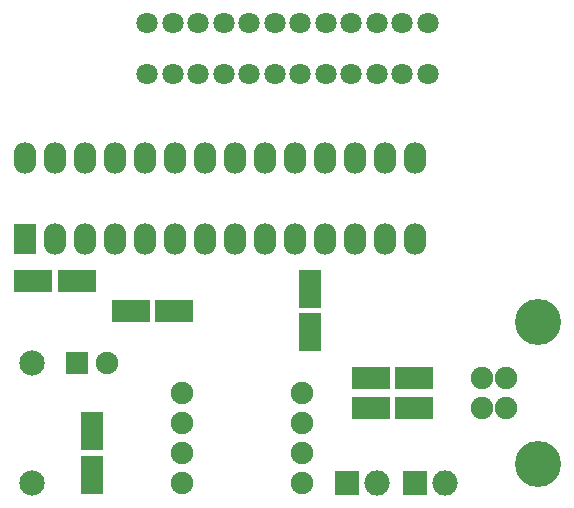
<source format=gbr>
G04 #@! TF.FileFunction,Soldermask,Bot*
%FSLAX46Y46*%
G04 Gerber Fmt 4.6, Leading zero omitted, Abs format (unit mm)*
G04 Created by KiCad (PCBNEW 4.0.5+dfsg1-4~bpo8+1) date Mon May  8 03:03:41 2017*
%MOMM*%
%LPD*%
G01*
G04 APERTURE LIST*
%ADD10C,0.100000*%
%ADD11R,3.295600X1.898600*%
%ADD12R,1.898600X3.295600*%
%ADD13R,1.898600X1.898600*%
%ADD14O,1.898600X1.898600*%
%ADD15R,1.898600X2.647900*%
%ADD16O,1.898600X2.647900*%
%ADD17C,1.797000*%
%ADD18C,1.901140*%
%ADD19C,3.900120*%
%ADD20R,2.152600X2.152600*%
%ADD21O,2.152600X2.152600*%
%ADD22C,2.152600*%
G04 APERTURE END LIST*
D10*
D11*
X97218500Y-80645000D03*
X100901500Y-80645000D03*
D12*
X102235000Y-97091500D03*
X102235000Y-93408500D03*
D13*
X100965000Y-87630000D03*
D14*
X103505000Y-87630000D03*
D11*
X129476500Y-88900000D03*
X125793500Y-88900000D03*
X129476500Y-91440000D03*
X125793500Y-91440000D03*
D12*
X120650000Y-85026500D03*
X120650000Y-81343500D03*
D11*
X109156500Y-83185000D03*
X105473500Y-83185000D03*
D15*
X96520000Y-77095350D03*
D16*
X99060000Y-77095350D03*
X101600000Y-77095350D03*
X104140000Y-77095350D03*
X104140000Y-70224650D03*
X101600000Y-70224650D03*
X99060000Y-70224650D03*
X96520000Y-70224650D03*
X106680000Y-77095350D03*
X109220000Y-77095350D03*
X111760000Y-77095350D03*
X106680000Y-70224650D03*
X109220000Y-70224650D03*
X111760000Y-70224650D03*
X114300000Y-77095350D03*
X116840000Y-77095350D03*
X119380000Y-77095350D03*
X121920000Y-77095350D03*
X124460000Y-77095350D03*
X127000000Y-77095350D03*
X129540000Y-77095350D03*
X114300000Y-70224650D03*
X116840000Y-70224650D03*
X119380000Y-70224650D03*
X121920000Y-70224650D03*
X124460000Y-70224650D03*
X127000000Y-70224650D03*
X129540000Y-70224650D03*
D17*
X119824500Y-63106300D03*
X121983500Y-63106300D03*
X115506500Y-63106300D03*
X117665500Y-63106300D03*
X119824500Y-58813700D03*
X117665500Y-58813700D03*
X115506500Y-58813700D03*
X121983500Y-58813700D03*
X113347500Y-63106300D03*
X111188500Y-63106300D03*
X109029500Y-63106300D03*
X106870500Y-63106300D03*
X113347500Y-58813700D03*
X111188500Y-58813700D03*
X109029500Y-58813700D03*
X106870500Y-58813700D03*
X124142500Y-63106300D03*
X126301500Y-63106300D03*
X128460500Y-63106300D03*
X130619500Y-63106300D03*
X124142500Y-58813700D03*
X126301500Y-58813700D03*
X128460500Y-58813700D03*
X130619500Y-58813700D03*
D18*
X137236200Y-91414600D03*
X137236200Y-88925400D03*
X135229600Y-88925400D03*
X135229600Y-91414600D03*
D19*
X139954000Y-96189800D03*
X139954000Y-84150200D03*
D14*
X109855000Y-90170000D03*
X120015000Y-90170000D03*
X109855000Y-92710000D03*
X120015000Y-92710000D03*
X120015000Y-95250000D03*
X109855000Y-95250000D03*
X120015000Y-97790000D03*
X109855000Y-97790000D03*
D20*
X129540000Y-97790000D03*
D21*
X132080000Y-97790000D03*
D20*
X123825000Y-97790000D03*
D21*
X126365000Y-97790000D03*
D22*
X97155000Y-97790000D03*
X97155000Y-87630000D03*
M02*

</source>
